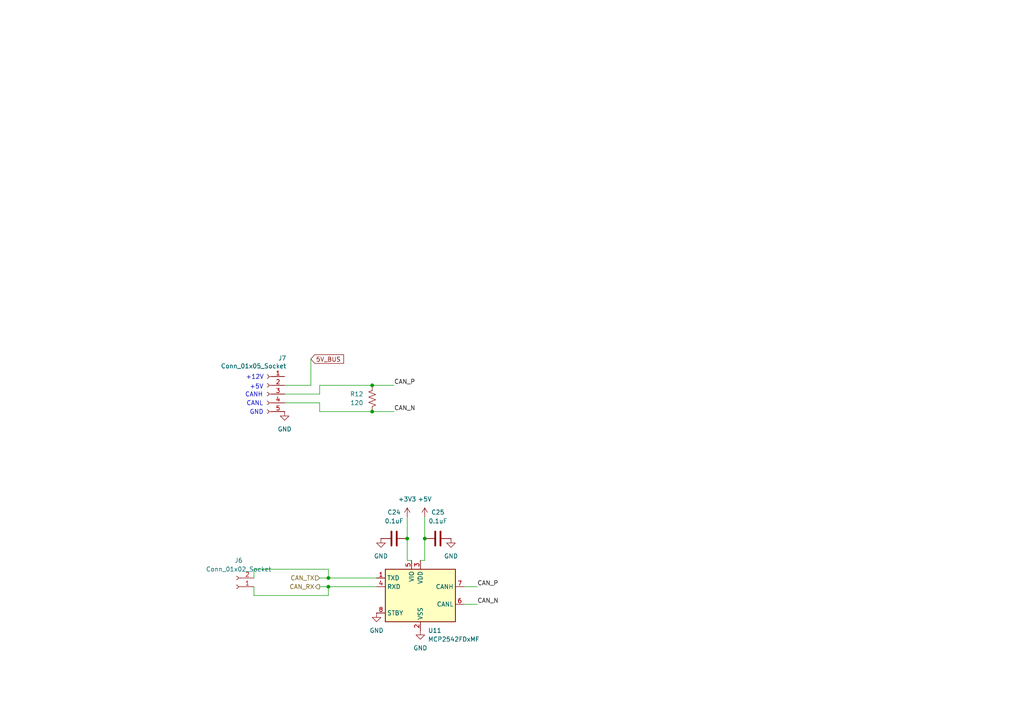
<source format=kicad_sch>
(kicad_sch (version 20250114) (generator "eeschema") (generator_version "9.0")
  (paper "A4")
  (lib_symbols
    (symbol "Connector:Conn_01x02_Socket" (pin_names (offset 1.016) (hide yes))
      (property "Reference" "J" (at 0 2.54 0))
      (property "Value" "Conn_01x02_Socket" (at 0 -5.08 0))
      (symbol "Conn_01x02_Socket_1_1"
        (polyline (pts (xy -1.27 0) (xy -0.508 0)) (stroke (width 0.1524)))
        (polyline (pts (xy -1.27 -2.54) (xy -0.508 -2.54)) (stroke (width 0.1524)))
        (arc (start 0 -0.508) (mid -0.5058 0) (end 0 0.508) (stroke (width 0.1524)))
        (arc (start 0 -3.048) (mid -0.5058 -2.54) (end 0 -2.032) (stroke (width 0.1524)))
        (pin passive line (at -5.08 0 0) (length 3.81) (name "Pin_1") (number "1"))
        (pin passive line (at -5.08 -2.54 0) (length 3.81) (name "Pin_2") (number "2"))
      )
    )
    (symbol "Connector:Conn_01x05_Socket" (pin_names (offset 1.016) (hide yes))
      (property "Reference" "J" (at 0 7.62 0))
      (property "Value" "Conn_01x05_Socket" (at 0 -7.62 0))
      (symbol "Conn_01x05_Socket_1_1"
        (polyline (pts (xy -1.27 5.08) (xy -0.508 5.08)) (stroke (width 0.1524)))
        (polyline (pts (xy -1.27 2.54) (xy -0.508 2.54)) (stroke (width 0.1524)))
        (polyline (pts (xy -1.27 0) (xy -0.508 0)) (stroke (width 0.1524)))
        (polyline (pts (xy -1.27 -2.54) (xy -0.508 -2.54)) (stroke (width 0.1524)))
        (polyline (pts (xy -1.27 -5.08) (xy -0.508 -5.08)) (stroke (width 0.1524)))
        (arc (start 0 4.572) (mid -0.5058 5.08) (end 0 5.588) (stroke (width 0.1524)))
        (arc (start 0 2.032) (mid -0.5058 2.54) (end 0 3.048) (stroke (width 0.1524)))
        (arc (start 0 -0.508) (mid -0.5058 0) (end 0 0.508) (stroke (width 0.1524)))
        (arc (start 0 -3.048) (mid -0.5058 -2.54) (end 0 -2.032) (stroke (width 0.1524)))
        (arc (start 0 -5.588) (mid -0.5058 -5.08) (end 0 -4.572) (stroke (width 0.1524)))
        (pin passive line (at -5.08 5.08 0) (length 3.81) (name "Pin_1") (number "1"))
        (pin passive line (at -5.08 2.54 0) (length 3.81) (name "Pin_2") (number "2"))
        (pin passive line (at -5.08 0 0) (length 3.81) (name "Pin_3") (number "3"))
        (pin passive line (at -5.08 -2.54 0) (length 3.81) (name "Pin_4") (number "4"))
        (pin passive line (at -5.08 -5.08 0) (length 3.81) (name "Pin_5") (number "5"))
      )
    )
    (symbol "Device:C" (pin_numbers (hide yes)) (pin_names (offset 0.254))
      (property "Reference" "C" (at 0.635 2.54 0))
      (property "Value" "C" (at 0.635 -2.54 0))
      (symbol "C_0_1"
        (polyline (pts (xy -2.032 0.762) (xy 2.032 0.762)) (stroke (width 0.508)))
        (polyline (pts (xy -2.032 -0.762) (xy 2.032 -0.762)) (stroke (width 0.508)))
      )
      (symbol "C_1_1"
        (pin passive line (at 0 3.81 270) (length 2.794) (name "~") (number "1"))
        (pin passive line (at 0 -3.81 90) (length 2.794) (name "~") (number "2"))
      )
    )
    (symbol "Device:R_US" (pin_numbers (hide yes)) (pin_names (offset 0))
      (property "Reference" "R" (at 2.54 0 90))
      (property "Value" "R_US" (at -2.54 0 90))
      (symbol "R_US_0_1"
        (polyline (pts (xy 0 2.286) (xy 0 2.54)))
        (polyline (pts (xy 0 2.286) (xy 1.016 1.905) (xy 0 1.524) (xy -1.016 1.143) (xy 0 0.762)))
        (polyline (pts (xy 0 0.762) (xy 1.016 0.381) (xy 0 0) (xy -1.016 -0.381) (xy 0 -0.762)))
        (polyline (pts (xy 0 -0.762) (xy 1.016 -1.143) (xy 0 -1.524) (xy -1.016 -1.905) (xy 0 -2.286)))
        (polyline (pts (xy 0 -2.286) (xy 0 -2.54)))
      )
      (symbol "R_US_1_1"
        (pin passive line (at 0 3.81 270) (length 1.27) (name "~") (number "1"))
        (pin passive line (at 0 -3.81 90) (length 1.27) (name "~") (number "2"))
      )
    )
    (symbol "Interface_CAN_LIN:MCP2542FDxMF"
      (property "Reference" "U" (at -10.16 8.89 0))
      (property "Value" "MCP2542FDxMF" (at 2.54 8.89 0))
      (symbol "MCP2542FDxMF_0_1"
        (rectangle (start -10.16 7.62) (end 10.16 -7.62) (stroke (width 0.254)) (fill (type background)))
      )
      (symbol "MCP2542FDxMF_1_1"
        (pin input line (at -12.7 5.08 0) (length 2.54) (name "TXD") (number "1"))
        (pin output line (at -12.7 2.54 0) (length 2.54) (name "RXD") (number "4"))
        (pin input line (at -12.7 -5.08 0) (length 2.54) (name "STBY") (number "8"))
        (pin power_in line (at -2.54 10.16 270) (length 2.54) (name "VIO") (number "5"))
        (pin power_in line (at 0 10.16 270) (length 2.54) (name "VDD") (number "3"))
        (pin power_in line (at 0 -10.16 90) (length 2.54) (name "VSS") (number "2"))
        (pin passive line (at 0 -10.16 90) (length 2.54) (hide yes) (name "VSS") (number "9"))
        (pin bidirectional line (at 12.7 2.54 180) (length 2.54) (name "CANH") (number "7"))
        (pin bidirectional line (at 12.7 -2.54 180) (length 2.54) (name "CANL") (number "6"))
      )
    )
    (symbol "power:+3V3" (power) (pin_numbers (hide yes)) (pin_names (offset 0) (hide yes))
      (property "Value" "+3V3" (at 0 3.556 0))
      (symbol "+3V3_0_1"
        (polyline (pts (xy -0.762 1.27) (xy 0 2.54)))
        (polyline (pts (xy 0 2.54) (xy 0.762 1.27)))
        (polyline (pts (xy 0 0) (xy 0 2.54)))
      )
      (symbol "+3V3_1_1"
        (pin power_in line (at 0 0 90) (length 0) (name "~") (number "1"))
      )
    )
    (symbol "power:+5V" (power) (pin_numbers (hide yes)) (pin_names (offset 0) (hide yes))
      (property "Value" "+5V" (at 0 3.556 0))
      (symbol "+5V_0_1"
        (polyline (pts (xy -0.762 1.27) (xy 0 2.54)))
        (polyline (pts (xy 0 2.54) (xy 0.762 1.27)))
        (polyline (pts (xy 0 0) (xy 0 2.54)))
      )
      (symbol "+5V_1_1"
        (pin power_in line (at 0 0 90) (length 0) (name "~") (number "1"))
      )
    )
    (symbol "power:GND" (power) (pin_numbers (hide yes)) (pin_names (offset 0) (hide yes))
      (property "Value" "GND" (at 0 -3.81 0))
      (symbol "GND_0_1"
        (polyline (pts (xy 0 0) (xy 0 -1.27) (xy 1.27 -1.27) (xy 0 -2.54) (xy -1.27 -1.27) (xy 0 -1.27)))
      )
      (symbol "GND_1_1"
        (pin power_in line (at 0 0 270) (length 0) (name "~") (number "1"))
      )
    )
  )
  (text "CANH" (at 73.66 114.554 0) (effects (font (size 1.27 1.27))))
  (text "+5V" (at 74.422 112.268 0) (effects (font (size 1.27 1.27))))
  (text "+12V" (at 73.914 109.474 0) (effects (font (size 1.27 1.27))))
  (text "GND" (at 74.422 119.634 0) (effects (font (size 1.27 1.27))))
  (text "CANL\n" (at 73.914 117.094 0) (effects (font (size 1.27 1.27))))
  (junction (at 123.19 156.21))
  (junction (at 95.25 167.64))
  (junction (at 118.11 156.21))
  (junction (at 107.95 119.38))
  (junction (at 95.25 170.18))
  (junction (at 107.95 111.76))
  (wire (pts (xy 95.25 170.18) (xy 109.22 170.18)))
  (wire (pts (xy 95.25 170.18) (xy 95.25 172.72)))
  (wire (pts (xy 92.71 170.18) (xy 95.25 170.18)))
  (wire (pts (xy 123.19 162.56) (xy 121.92 162.56)))
  (wire (pts (xy 73.66 167.64) (xy 73.66 165.1)))
  (wire (pts (xy 73.66 165.1) (xy 95.25 165.1)))
  (wire (pts (xy 73.66 172.72) (xy 73.66 170.18)))
  (wire (pts (xy 92.71 111.76) (xy 92.71 114.3)))
  (wire (pts (xy 107.95 111.76) (xy 92.71 111.76)))
  (wire (pts (xy 92.71 119.38) (xy 107.95 119.38)))
  (wire (pts (xy 118.11 162.56) (xy 119.38 162.56)))
  (wire (pts (xy 82.55 111.76) (xy 90.17 111.76)))
  (wire (pts (xy 123.19 149.86) (xy 123.19 156.21)))
  (wire (pts (xy 123.19 156.21) (xy 123.19 162.56)))
  (wire (pts (xy 95.25 165.1) (xy 95.25 167.64)))
  (wire (pts (xy 92.71 114.3) (xy 82.55 114.3)))
  (wire (pts (xy 118.11 156.21) (xy 118.11 162.56)))
  (wire (pts (xy 92.71 167.64) (xy 95.25 167.64)))
  (wire (pts (xy 134.62 175.26) (xy 138.43 175.26)))
  (wire (pts (xy 92.71 116.84) (xy 92.71 119.38)))
  (wire (pts (xy 95.25 167.64) (xy 109.22 167.64)))
  (wire (pts (xy 95.25 172.72) (xy 73.66 172.72)))
  (wire (pts (xy 134.62 170.18) (xy 138.43 170.18)))
  (wire (pts (xy 114.3 119.38) (xy 107.95 119.38)))
  (wire (pts (xy 92.71 116.84) (xy 82.55 116.84)))
  (wire (pts (xy 114.3 111.76) (xy 107.95 111.76)))
  (wire (pts (xy 118.11 149.86) (xy 118.11 156.21)))
  (wire (pts (xy 90.17 104.14) (xy 90.17 111.76)))
  (label "CAN_P" (at 138.43 170.18 0))
  (label "CAN_N" (at 114.3 119.38 0))
  (label "CAN_N" (at 138.43 175.26 0))
  (label "CAN_P" (at 114.3 111.76 0))
  (global_label "5V_BUS" (shape input) (at 90.17 104.14 0) (property "Intersheetrefs" "${INTERSHEET_REFS}" (effects (hide yes))))
  (hierarchical_label "CAN_TX" (shape input) (at 92.71 167.64 180))
  (hierarchical_label "CAN_RX" (shape output) (at 92.71 170.18 180))
  (symbol (lib_id "power:+5V") (at 123.19 149.86 0) (unit 1)
    (property "Reference" "#PWR017" (effects (hide yes)))
    (property "Value" "+5V" (at 123.19 144.78 0))
    (property "Description" "Power symbol creates a global label with name \"+5V\"" (effects (hide yes)))
    (instances (project "Test Rocket Board" (path "" (reference "#PWR067") (unit 1))) (project "Test Rocket Board" (path "" (reference "#PWR017") (unit 1))))
  )
  (symbol (lib_id "Device:C") (at 127 156.21 90) (unit 1)
    (property "Reference" "C7" (at 127 148.59 90))
    (property "Value" "0.1uF" (at 127 151.13 90))
    (property "Footprint" "Capacitor_SMD:C_0603_1608Metric" (effects (hide yes)))
    (property "Description" "Unpolarized capacitor" (effects (hide yes)))
    (instances (project "Test Rocket Board" (path "" (reference "C25") (unit 1))) (project "Test Rocket Board" (path "" (reference "C7") (unit 1))))
  )
  (symbol (lib_id "power:GND") (at 110.49 156.21 0) (unit 1)
    (property "Reference" "#PWR014" (effects (hide yes)))
    (property "Value" "GND" (at 110.49 161.29 0))
    (property "Description" "Power symbol creates a global label with name \"GND\" , ground" (effects (hide yes)))
    (instances (project "Test Rocket Board" (path "" (reference "#PWR064") (unit 1))) (project "Test Rocket Board" (path "" (reference "#PWR014") (unit 1))))
  )
  (symbol (lib_id "power:GND") (at 121.92 182.88 0) (unit 1)
    (property "Reference" "#PWR016" (effects (hide yes)))
    (property "Value" "GND" (at 121.92 187.96 0))
    (property "Description" "Power symbol creates a global label with name \"GND\" , ground" (effects (hide yes)))
    (instances (project "Test Rocket Board" (path "" (reference "#PWR066") (unit 1))) (project "Test Rocket Board" (path "" (reference "#PWR016") (unit 1))))
  )
  (symbol (lib_id "Connector:Conn_01x05_Socket") (at 77.47 114.3 0) (mirror y) (unit 1)
    (property "Reference" "J3" (at 83.058 103.886 0) (effects (justify left)))
    (property "Value" "Conn_01x05_Socket" (at 83.058 106.172 0) (effects (justify left)))
    (property "Footprint" "Connector_PinHeader_2.54mm:PinHeader_1x05_P2.54mm_Vertical" (effects (hide yes)))
    (property "Description" "Generic connector, single row, 01x05, script generated" (effects (hide yes)))
    (instances (project "Test Rocket Board" (path "" (reference "J7") (unit 1))) (project "Test Rocket Board" (path "" (reference "J3") (unit 1))))
  )
  (symbol (lib_id "power:GND") (at 109.22 177.8 0) (unit 1)
    (property "Reference" "#PWR013" (effects (hide yes)))
    (property "Value" "GND" (at 109.22 182.88 0))
    (property "Description" "Power symbol creates a global label with name \"GND\" , ground" (effects (hide yes)))
    (instances (project "Test Rocket Board" (path "" (reference "#PWR063") (unit 1))) (project "Test Rocket Board" (path "" (reference "#PWR013") (unit 1))))
  )
  (symbol (lib_id "Device:R_US") (at 107.95 115.57 0) (mirror y) (unit 1)
    (property "Reference" "R1" (at 105.41 114.2999 0) (effects (justify left)))
    (property "Value" "120" (at 105.41 116.8399 0) (effects (justify left)))
    (property "Footprint" "Resistor_SMD:R_0603_1608Metric" (effects (hide yes)))
    (property "Description" "Resistor, US symbol" (effects (hide yes)))
    (instances (project "Test Rocket Board" (path "" (reference "R12") (unit 1))) (project "Test Rocket Board" (path "" (reference "R1") (unit 1))))
  )
  (symbol (lib_id "power:GND") (at 130.81 156.21 0) (unit 1)
    (property "Reference" "#PWR018" (effects (hide yes)))
    (property "Value" "GND" (at 130.81 161.29 0))
    (property "Description" "Power symbol creates a global label with name \"GND\" , ground" (effects (hide yes)))
    (instances (project "Test Rocket Board" (path "" (reference "#PWR068") (unit 1))) (project "Test Rocket Board" (path "" (reference "#PWR018") (unit 1))))
  )
  (symbol (lib_id "power:GND") (at 82.55 119.38 0) (mirror y) (unit 1)
    (property "Reference" "#PWR012" (effects (hide yes)))
    (property "Value" "GND" (at 82.55 124.46 0))
    (property "Description" "Power symbol creates a global label with name \"GND\" , ground" (effects (hide yes)))
    (instances (project "Test Rocket Board" (path "" (reference "#PWR062") (unit 1))) (project "Test Rocket Board" (path "" (reference "#PWR012") (unit 1))))
  )
  (symbol (lib_id "Interface_CAN_LIN:MCP2542FDxMF") (at 121.92 172.72 0) (unit 1)
    (property "Reference" "U4" (at 124.1141 182.88 0) (effects (justify left)))
    (property "Value" "MCP2542FDxMF" (at 124.1141 185.42 0) (effects (justify left)))
    (property "Footprint" "Package_DFN_QFN:DFN-8-1EP_3x3mm_P0.65mm_EP1.55x2.4mm" (effects (hide yes)))
    (property "Datasheet" "http://ww1.microchip.com/downloads/en/DeviceDoc/MCP2542FD-4FD-MCP2542WFD-4WFD-Data-Sheet20005514B.pdf" (effects (hide yes)))
    (property "Description" "CAN-FD Transceiver, Wake-Up on CAN activity, 8Mbps, 5V supply, STBY pin, 3x3 DFN-8" (effects (hide yes)))
    (instances (project "Test Rocket Board" (path "" (reference "U11") (unit 1))) (project "Test Rocket Board" (path "" (reference "U4") (unit 1))))
  )
  (symbol (lib_id "Device:C") (at 114.3 156.21 90) (unit 1)
    (property "Reference" "C6" (at 114.3 148.59 90))
    (property "Value" "0.1uF" (at 114.3 151.13 90))
    (property "Footprint" "Capacitor_SMD:C_0603_1608Metric" (effects (hide yes)))
    (property "Description" "Unpolarized capacitor" (effects (hide yes)))
    (instances (project "Test Rocket Board" (path "" (reference "C24") (unit 1))) (project "Test Rocket Board" (path "" (reference "C6") (unit 1))))
  )
  (symbol (lib_id "Connector:Conn_01x02_Socket") (at 68.58 170.18 180) (unit 1)
    (property "Reference" "J2" (at 69.215 162.56 0))
    (property "Value" "Conn_01x02_Socket" (at 69.215 165.1 0))
    (property "Footprint" "Connector_PinHeader_2.54mm:PinHeader_1x02_P2.54mm_Vertical" (effects (hide yes)))
    (property "Description" "Generic connector, single row, 01x02, script generated" (effects (hide yes)))
    (instances (project "Test Rocket Board" (path "" (reference "J6") (unit 1))) (project "Test Rocket Board" (path "" (reference "J2") (unit 1))))
  )
  (symbol (lib_id "power:+3V3") (at 118.11 149.86 0) (unit 1)
    (property "Reference" "#PWR015" (effects (hide yes)))
    (property "Value" "+3V3" (at 118.11 144.78 0))
    (property "Description" "Power symbol creates a global label with name \"+3V3\"" (effects (hide yes)))
    (instances (project "Test Rocket Board" (path "" (reference "#PWR065") (unit 1))) (project "Test Rocket Board" (path "" (reference "#PWR015") (unit 1))))
  )
)
</source>
